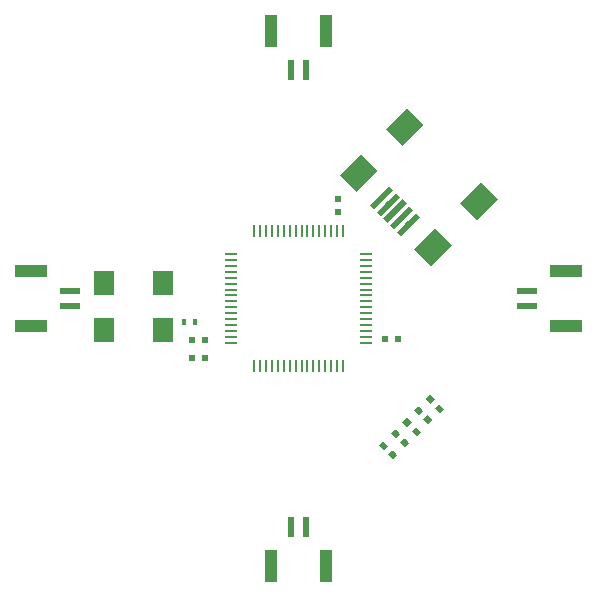
<source format=gbr>
G04 #@! TF.GenerationSoftware,KiCad,Pcbnew,5.0-dev-unknown-28f1209~61~ubuntu16.04.1*
G04 #@! TF.CreationDate,2018-02-18T12:37:57+01:00*
G04 #@! TF.ProjectId,roboy_crazyfly,726F626F795F6372617A79666C792E6B,rev?*
G04 #@! TF.SameCoordinates,Original*
G04 #@! TF.FileFunction,Paste,Bot*
G04 #@! TF.FilePolarity,Positive*
%FSLAX46Y46*%
G04 Gerber Fmt 4.6, Leading zero omitted, Abs format (unit mm)*
G04 Created by KiCad (PCBNEW 5.0-dev-unknown-28f1209~61~ubuntu16.04.1) date Sun Feb 18 12:37:57 2018*
%MOMM*%
%LPD*%
G01*
G04 APERTURE LIST*
%ADD10R,0.600000X0.500000*%
%ADD11R,0.500000X0.600000*%
%ADD12C,0.500000*%
%ADD13C,0.100000*%
%ADD14R,0.400000X0.600000*%
%ADD15R,1.000000X0.250000*%
%ADD16R,0.250000X1.000000*%
%ADD17R,1.800000X2.000000*%
%ADD18C,0.500380*%
%ADD19C,1.998980*%
%ADD20R,0.600000X1.800000*%
%ADD21R,1.000000X2.800000*%
%ADD22R,1.800000X0.600000*%
%ADD23R,2.800000X1.000000*%
G04 APERTURE END LIST*
D10*
X132075000Y-90075000D03*
X130975000Y-90075000D03*
D11*
X143325000Y-77700000D03*
X143325000Y-76600000D03*
D10*
X147325000Y-88450000D03*
X148425000Y-88450000D03*
D12*
X149963909Y-96238909D03*
D13*
G36*
X150352818Y-96274264D02*
X149999264Y-96627818D01*
X149575000Y-96203554D01*
X149928554Y-95850000D01*
X150352818Y-96274264D01*
X150352818Y-96274264D01*
G37*
D12*
X149186091Y-95461091D03*
D13*
G36*
X149575000Y-95496446D02*
X149221446Y-95850000D01*
X148797182Y-95425736D01*
X149150736Y-95072182D01*
X149575000Y-95496446D01*
X149575000Y-95496446D01*
G37*
D12*
X150963909Y-95263909D03*
D13*
G36*
X151352818Y-95299264D02*
X150999264Y-95652818D01*
X150575000Y-95228554D01*
X150928554Y-94875000D01*
X151352818Y-95299264D01*
X151352818Y-95299264D01*
G37*
D12*
X150186091Y-94486091D03*
D13*
G36*
X150575000Y-94521446D02*
X150221446Y-94875000D01*
X149797182Y-94450736D01*
X150150736Y-94097182D01*
X150575000Y-94521446D01*
X150575000Y-94521446D01*
G37*
D12*
X147963909Y-98213909D03*
D13*
G36*
X148352818Y-98249264D02*
X147999264Y-98602818D01*
X147575000Y-98178554D01*
X147928554Y-97825000D01*
X148352818Y-98249264D01*
X148352818Y-98249264D01*
G37*
D12*
X147186091Y-97436091D03*
D13*
G36*
X147575000Y-97471446D02*
X147221446Y-97825000D01*
X146797182Y-97400736D01*
X147150736Y-97047182D01*
X147575000Y-97471446D01*
X147575000Y-97471446D01*
G37*
D12*
X151913909Y-94288909D03*
D13*
G36*
X152302818Y-94324264D02*
X151949264Y-94677818D01*
X151525000Y-94253554D01*
X151878554Y-93900000D01*
X152302818Y-94324264D01*
X152302818Y-94324264D01*
G37*
D12*
X151136091Y-93511091D03*
D13*
G36*
X151525000Y-93546446D02*
X151171446Y-93900000D01*
X150747182Y-93475736D01*
X151100736Y-93122182D01*
X151525000Y-93546446D01*
X151525000Y-93546446D01*
G37*
D12*
X148988909Y-97188909D03*
D13*
G36*
X149377818Y-97224264D02*
X149024264Y-97577818D01*
X148600000Y-97153554D01*
X148953554Y-96800000D01*
X149377818Y-97224264D01*
X149377818Y-97224264D01*
G37*
D12*
X148211091Y-96411091D03*
D13*
G36*
X148600000Y-96446446D02*
X148246446Y-96800000D01*
X147822182Y-96375736D01*
X148175736Y-96022182D01*
X148600000Y-96446446D01*
X148600000Y-96446446D01*
G37*
D10*
X132075000Y-88525000D03*
X130975000Y-88525000D03*
D14*
X131200000Y-87025000D03*
X130300000Y-87025000D03*
D15*
X134300000Y-88750000D03*
X134300000Y-88250000D03*
X134300000Y-87750000D03*
X134300000Y-87250000D03*
X134300000Y-86750000D03*
X134300000Y-86250000D03*
X134300000Y-85750000D03*
X134300000Y-85250000D03*
X134300000Y-84750000D03*
X134300000Y-84250000D03*
X134300000Y-83750000D03*
X134300000Y-83250000D03*
X134300000Y-82750000D03*
X134300000Y-82250000D03*
X134300000Y-81750000D03*
X134300000Y-81250000D03*
D16*
X136250000Y-79300000D03*
X136750000Y-79300000D03*
X137250000Y-79300000D03*
X137750000Y-79300000D03*
X138250000Y-79300000D03*
X138750000Y-79300000D03*
X139250000Y-79300000D03*
X139750000Y-79300000D03*
X140250000Y-79300000D03*
X140750000Y-79300000D03*
X141250000Y-79300000D03*
X141750000Y-79300000D03*
X142250000Y-79300000D03*
X142750000Y-79300000D03*
X143250000Y-79300000D03*
X143750000Y-79300000D03*
D15*
X145700000Y-81250000D03*
X145700000Y-81750000D03*
X145700000Y-82250000D03*
X145700000Y-82750000D03*
X145700000Y-83250000D03*
X145700000Y-83750000D03*
X145700000Y-84250000D03*
X145700000Y-84750000D03*
X145700000Y-85250000D03*
X145700000Y-85750000D03*
X145700000Y-86250000D03*
X145700000Y-86750000D03*
X145700000Y-87250000D03*
X145700000Y-87750000D03*
X145700000Y-88250000D03*
X145700000Y-88750000D03*
D16*
X143750000Y-90700000D03*
X143250000Y-90700000D03*
X142750000Y-90700000D03*
X142250000Y-90700000D03*
X141750000Y-90700000D03*
X141250000Y-90700000D03*
X140750000Y-90700000D03*
X140250000Y-90700000D03*
X139750000Y-90700000D03*
X139250000Y-90700000D03*
X138750000Y-90700000D03*
X138250000Y-90700000D03*
X137750000Y-90700000D03*
X137250000Y-90700000D03*
X136750000Y-90700000D03*
X136250000Y-90700000D03*
D17*
X123546000Y-87700000D03*
X128554000Y-87700000D03*
X123546000Y-83700000D03*
X128554000Y-83700000D03*
D18*
X147029450Y-76457525D03*
D13*
G36*
X147666150Y-75467003D02*
X148019972Y-75820825D01*
X146392750Y-77448047D01*
X146038928Y-77094225D01*
X147666150Y-75467003D01*
X147666150Y-75467003D01*
G37*
D18*
X147595206Y-77023281D03*
D13*
G36*
X148231906Y-76032759D02*
X148585728Y-76386581D01*
X146958506Y-78013803D01*
X146604684Y-77659981D01*
X148231906Y-76032759D01*
X148231906Y-76032759D01*
G37*
D18*
X148160962Y-77589038D03*
D13*
G36*
X148797662Y-76598516D02*
X149151484Y-76952338D01*
X147524262Y-78579560D01*
X147170440Y-78225738D01*
X148797662Y-76598516D01*
X148797662Y-76598516D01*
G37*
D18*
X148726719Y-78154794D03*
D13*
G36*
X149363419Y-77164272D02*
X149717241Y-77518094D01*
X148090019Y-79145316D01*
X147736197Y-78791494D01*
X149363419Y-77164272D01*
X149363419Y-77164272D01*
G37*
D18*
X149292475Y-78720550D03*
D13*
G36*
X149929175Y-77730028D02*
X150282997Y-78083850D01*
X148655775Y-79711072D01*
X148301953Y-79357250D01*
X149929175Y-77730028D01*
X149929175Y-77730028D01*
G37*
D19*
X145084327Y-74372310D03*
D13*
G36*
X145261238Y-72781907D02*
X146674730Y-74195399D01*
X144907416Y-75962713D01*
X143493924Y-74549221D01*
X145261238Y-72781907D01*
X145261238Y-72781907D01*
G37*
D19*
X148972778Y-70483859D03*
D13*
G36*
X149149689Y-68893456D02*
X150563181Y-70306948D01*
X148795867Y-72074262D01*
X147382375Y-70660770D01*
X149149689Y-68893456D01*
X149149689Y-68893456D01*
G37*
D19*
X151377690Y-80665673D03*
D13*
G36*
X151554601Y-79075270D02*
X152968093Y-80488762D01*
X151200779Y-82256076D01*
X149787287Y-80842584D01*
X151554601Y-79075270D01*
X151554601Y-79075270D01*
G37*
D19*
X155266141Y-76777222D03*
D13*
G36*
X155443052Y-75186819D02*
X156856544Y-76600311D01*
X155089230Y-78367625D01*
X153675738Y-76954133D01*
X155443052Y-75186819D01*
X155443052Y-75186819D01*
G37*
D20*
X140625000Y-65675000D03*
X139375000Y-65675000D03*
D21*
X137650000Y-62325000D03*
X142350000Y-62325000D03*
D20*
X139375000Y-104325000D03*
X140625000Y-104325000D03*
D21*
X142350000Y-107675000D03*
X137650000Y-107675000D03*
D22*
X120675000Y-84375000D03*
X120675000Y-85625000D03*
D23*
X117325000Y-87350000D03*
X117325000Y-82650000D03*
D22*
X159325000Y-85625000D03*
X159325000Y-84375000D03*
D23*
X162675000Y-82650000D03*
X162675000Y-87350000D03*
M02*

</source>
